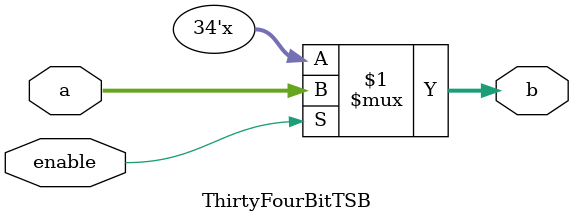
<source format=v>
module ThirtyFourBitTSB(a,b,enable);
	input [33:0] a;
	output [33:0] b;
	input enable;
	
	assign b = enable ? a : 34'bzzzzzzzzzzzzzzzzzzzzzzzzzzzzzzzzzz;
endmodule 
</source>
